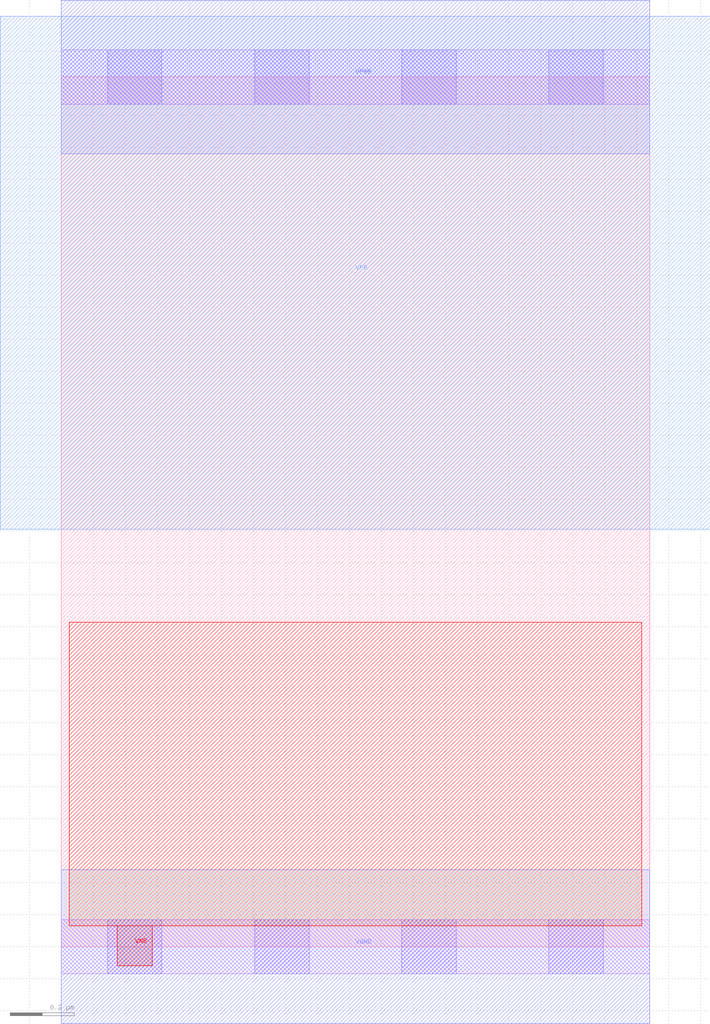
<source format=lef>
VERSION 5.7 ;
  NOWIREEXTENSIONATPIN ON ;
  DIVIDERCHAR "/" ;
  BUSBITCHARS "[]" ;
MACRO sky130_ef_sc_hd__fill_4
  CLASS BLOCK ;
  FOREIGN sky130_ef_sc_hd__fill_4 ;
  ORIGIN 0.000 0.000 ;
  SIZE 1.840 BY 2.720 ;
  PIN VGND
    USE GROUND ;
    PORT
      LAYER met1 ;
        RECT 0.000 -0.240 1.840 0.240 ;
    END
  END VGND
  PIN VPWR
    USE POWER ;
    PORT
      LAYER met1 ;
        RECT 0.000 2.480 1.840 2.960 ;
    END
  END VPWR
  PIN VPB
    DIRECTION INOUT ;
    USE POWER ;
    PORT
      LAYER nwell ;
        RECT -0.190 1.305 2.030 2.910 ;
    END
  END VPB
  PIN VNB
    DIRECTION INOUT ;
    USE GROUND ;
    PORT
      LAYER pwell ;
        RECT 0.025 0.065 1.815 1.015 ;
        RECT 0.175 -0.060 0.285 0.065 ;
    END
  END VNB
  OBS
      LAYER li1 ;
        RECT 0.000 2.635 1.840 2.805 ;
        RECT 0.000 -0.085 1.840 0.085 ;
      LAYER mcon ;
        RECT 0.145 2.635 0.315 2.805 ;
        RECT 0.605 2.635 0.775 2.805 ;
        RECT 1.065 2.635 1.235 2.805 ;
        RECT 1.525 2.635 1.695 2.805 ;
        RECT 0.145 -0.085 0.315 0.085 ;
        RECT 0.605 -0.085 0.775 0.085 ;
        RECT 1.065 -0.085 1.235 0.085 ;
        RECT 1.525 -0.085 1.695 0.085 ;
  END
END sky130_ef_sc_hd__fill_4
END LIBRARY


</source>
